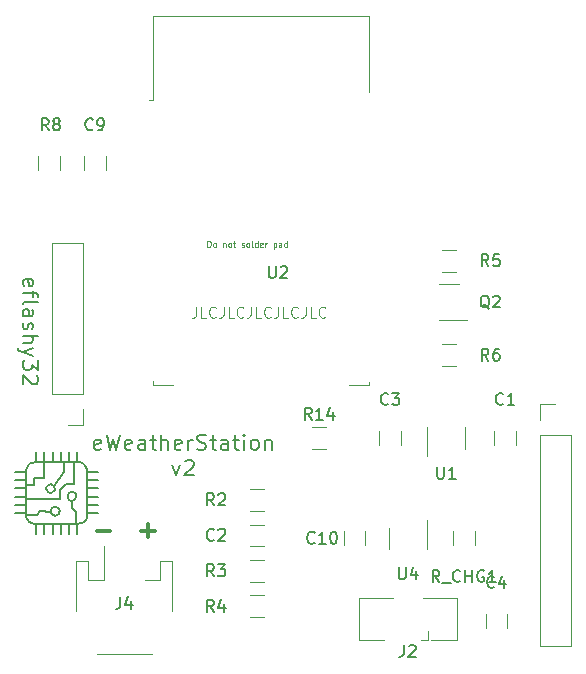
<source format=gbr>
G04 #@! TF.GenerationSoftware,KiCad,Pcbnew,(5.1.9)-1*
G04 #@! TF.CreationDate,2021-01-25T13:58:14-05:00*
G04 #@! TF.ProjectId,eWeatherStation,65576561-7468-4657-9253-746174696f6e,rev?*
G04 #@! TF.SameCoordinates,Original*
G04 #@! TF.FileFunction,Legend,Top*
G04 #@! TF.FilePolarity,Positive*
%FSLAX46Y46*%
G04 Gerber Fmt 4.6, Leading zero omitted, Abs format (unit mm)*
G04 Created by KiCad (PCBNEW (5.1.9)-1) date 2021-01-25 13:58:14*
%MOMM*%
%LPD*%
G01*
G04 APERTURE LIST*
%ADD10C,0.200000*%
%ADD11C,0.100000*%
%ADD12C,0.300000*%
%ADD13C,0.153000*%
%ADD14C,0.120000*%
%ADD15C,0.150000*%
G04 APERTURE END LIST*
D10*
X147504761Y-89451190D02*
X147380952Y-89513095D01*
X147133333Y-89513095D01*
X147009523Y-89451190D01*
X146947619Y-89327380D01*
X146947619Y-88832142D01*
X147009523Y-88708333D01*
X147133333Y-88646428D01*
X147380952Y-88646428D01*
X147504761Y-88708333D01*
X147566666Y-88832142D01*
X147566666Y-88955952D01*
X146947619Y-89079761D01*
X148000000Y-88213095D02*
X148309523Y-89513095D01*
X148557142Y-88584523D01*
X148804761Y-89513095D01*
X149114285Y-88213095D01*
X150104761Y-89451190D02*
X149980952Y-89513095D01*
X149733333Y-89513095D01*
X149609523Y-89451190D01*
X149547619Y-89327380D01*
X149547619Y-88832142D01*
X149609523Y-88708333D01*
X149733333Y-88646428D01*
X149980952Y-88646428D01*
X150104761Y-88708333D01*
X150166666Y-88832142D01*
X150166666Y-88955952D01*
X149547619Y-89079761D01*
X151280952Y-89513095D02*
X151280952Y-88832142D01*
X151219047Y-88708333D01*
X151095238Y-88646428D01*
X150847619Y-88646428D01*
X150723809Y-88708333D01*
X151280952Y-89451190D02*
X151157142Y-89513095D01*
X150847619Y-89513095D01*
X150723809Y-89451190D01*
X150661904Y-89327380D01*
X150661904Y-89203571D01*
X150723809Y-89079761D01*
X150847619Y-89017857D01*
X151157142Y-89017857D01*
X151280952Y-88955952D01*
X151714285Y-88646428D02*
X152209523Y-88646428D01*
X151900000Y-88213095D02*
X151900000Y-89327380D01*
X151961904Y-89451190D01*
X152085714Y-89513095D01*
X152209523Y-89513095D01*
X152642857Y-89513095D02*
X152642857Y-88213095D01*
X153200000Y-89513095D02*
X153200000Y-88832142D01*
X153138095Y-88708333D01*
X153014285Y-88646428D01*
X152828571Y-88646428D01*
X152704761Y-88708333D01*
X152642857Y-88770238D01*
X154314285Y-89451190D02*
X154190476Y-89513095D01*
X153942857Y-89513095D01*
X153819047Y-89451190D01*
X153757142Y-89327380D01*
X153757142Y-88832142D01*
X153819047Y-88708333D01*
X153942857Y-88646428D01*
X154190476Y-88646428D01*
X154314285Y-88708333D01*
X154376190Y-88832142D01*
X154376190Y-88955952D01*
X153757142Y-89079761D01*
X154933333Y-89513095D02*
X154933333Y-88646428D01*
X154933333Y-88894047D02*
X154995238Y-88770238D01*
X155057142Y-88708333D01*
X155180952Y-88646428D01*
X155304761Y-88646428D01*
X155676190Y-89451190D02*
X155861904Y-89513095D01*
X156171428Y-89513095D01*
X156295238Y-89451190D01*
X156357142Y-89389285D01*
X156419047Y-89265476D01*
X156419047Y-89141666D01*
X156357142Y-89017857D01*
X156295238Y-88955952D01*
X156171428Y-88894047D01*
X155923809Y-88832142D01*
X155800000Y-88770238D01*
X155738095Y-88708333D01*
X155676190Y-88584523D01*
X155676190Y-88460714D01*
X155738095Y-88336904D01*
X155800000Y-88275000D01*
X155923809Y-88213095D01*
X156233333Y-88213095D01*
X156419047Y-88275000D01*
X156790476Y-88646428D02*
X157285714Y-88646428D01*
X156976190Y-88213095D02*
X156976190Y-89327380D01*
X157038095Y-89451190D01*
X157161904Y-89513095D01*
X157285714Y-89513095D01*
X158276190Y-89513095D02*
X158276190Y-88832142D01*
X158214285Y-88708333D01*
X158090476Y-88646428D01*
X157842857Y-88646428D01*
X157719047Y-88708333D01*
X158276190Y-89451190D02*
X158152380Y-89513095D01*
X157842857Y-89513095D01*
X157719047Y-89451190D01*
X157657142Y-89327380D01*
X157657142Y-89203571D01*
X157719047Y-89079761D01*
X157842857Y-89017857D01*
X158152380Y-89017857D01*
X158276190Y-88955952D01*
X158709523Y-88646428D02*
X159204761Y-88646428D01*
X158895238Y-88213095D02*
X158895238Y-89327380D01*
X158957142Y-89451190D01*
X159080952Y-89513095D01*
X159204761Y-89513095D01*
X159638095Y-89513095D02*
X159638095Y-88646428D01*
X159638095Y-88213095D02*
X159576190Y-88275000D01*
X159638095Y-88336904D01*
X159700000Y-88275000D01*
X159638095Y-88213095D01*
X159638095Y-88336904D01*
X160442857Y-89513095D02*
X160319047Y-89451190D01*
X160257142Y-89389285D01*
X160195238Y-89265476D01*
X160195238Y-88894047D01*
X160257142Y-88770238D01*
X160319047Y-88708333D01*
X160442857Y-88646428D01*
X160628571Y-88646428D01*
X160752380Y-88708333D01*
X160814285Y-88770238D01*
X160876190Y-88894047D01*
X160876190Y-89265476D01*
X160814285Y-89389285D01*
X160752380Y-89451190D01*
X160628571Y-89513095D01*
X160442857Y-89513095D01*
X161433333Y-88646428D02*
X161433333Y-89513095D01*
X161433333Y-88770238D02*
X161495238Y-88708333D01*
X161619047Y-88646428D01*
X161804761Y-88646428D01*
X161928571Y-88708333D01*
X161990476Y-88832142D01*
X161990476Y-89513095D01*
X153571428Y-90796428D02*
X153880952Y-91663095D01*
X154190476Y-90796428D01*
X154623809Y-90486904D02*
X154685714Y-90425000D01*
X154809523Y-90363095D01*
X155119047Y-90363095D01*
X155242857Y-90425000D01*
X155304761Y-90486904D01*
X155366666Y-90610714D01*
X155366666Y-90734523D01*
X155304761Y-90920238D01*
X154561904Y-91663095D01*
X155366666Y-91663095D01*
X140973809Y-75600000D02*
X140911904Y-75476190D01*
X140911904Y-75228571D01*
X140973809Y-75104761D01*
X141097619Y-75042857D01*
X141592857Y-75042857D01*
X141716666Y-75104761D01*
X141778571Y-75228571D01*
X141778571Y-75476190D01*
X141716666Y-75600000D01*
X141592857Y-75661904D01*
X141469047Y-75661904D01*
X141345238Y-75042857D01*
X141778571Y-76033333D02*
X141778571Y-76528571D01*
X140911904Y-76219047D02*
X142026190Y-76219047D01*
X142150000Y-76280952D01*
X142211904Y-76404761D01*
X142211904Y-76528571D01*
X140911904Y-77147619D02*
X140973809Y-77023809D01*
X141097619Y-76961904D01*
X142211904Y-76961904D01*
X140911904Y-78200000D02*
X141592857Y-78200000D01*
X141716666Y-78138095D01*
X141778571Y-78014285D01*
X141778571Y-77766666D01*
X141716666Y-77642857D01*
X140973809Y-78200000D02*
X140911904Y-78076190D01*
X140911904Y-77766666D01*
X140973809Y-77642857D01*
X141097619Y-77580952D01*
X141221428Y-77580952D01*
X141345238Y-77642857D01*
X141407142Y-77766666D01*
X141407142Y-78076190D01*
X141469047Y-78200000D01*
X140973809Y-78757142D02*
X140911904Y-78880952D01*
X140911904Y-79128571D01*
X140973809Y-79252380D01*
X141097619Y-79314285D01*
X141159523Y-79314285D01*
X141283333Y-79252380D01*
X141345238Y-79128571D01*
X141345238Y-78942857D01*
X141407142Y-78819047D01*
X141530952Y-78757142D01*
X141592857Y-78757142D01*
X141716666Y-78819047D01*
X141778571Y-78942857D01*
X141778571Y-79128571D01*
X141716666Y-79252380D01*
X140911904Y-79871428D02*
X142211904Y-79871428D01*
X140911904Y-80428571D02*
X141592857Y-80428571D01*
X141716666Y-80366666D01*
X141778571Y-80242857D01*
X141778571Y-80057142D01*
X141716666Y-79933333D01*
X141654761Y-79871428D01*
X141778571Y-80923809D02*
X140911904Y-81233333D01*
X141778571Y-81542857D02*
X140911904Y-81233333D01*
X140602380Y-81109523D01*
X140540476Y-81047619D01*
X140478571Y-80923809D01*
X142211904Y-81914285D02*
X142211904Y-82719047D01*
X141716666Y-82285714D01*
X141716666Y-82471428D01*
X141654761Y-82595238D01*
X141592857Y-82657142D01*
X141469047Y-82719047D01*
X141159523Y-82719047D01*
X141035714Y-82657142D01*
X140973809Y-82595238D01*
X140911904Y-82471428D01*
X140911904Y-82100000D01*
X140973809Y-81976190D01*
X141035714Y-81914285D01*
X142088095Y-83214285D02*
X142150000Y-83276190D01*
X142211904Y-83400000D01*
X142211904Y-83709523D01*
X142150000Y-83833333D01*
X142088095Y-83895238D01*
X141964285Y-83957142D01*
X141840476Y-83957142D01*
X141654761Y-83895238D01*
X140911904Y-83152380D01*
X140911904Y-83957142D01*
D11*
X155585714Y-77407142D02*
X155585714Y-78050000D01*
X155542857Y-78178571D01*
X155457142Y-78264285D01*
X155328571Y-78307142D01*
X155242857Y-78307142D01*
X156442857Y-78307142D02*
X156014285Y-78307142D01*
X156014285Y-77407142D01*
X157257142Y-78221428D02*
X157214285Y-78264285D01*
X157085714Y-78307142D01*
X157000000Y-78307142D01*
X156871428Y-78264285D01*
X156785714Y-78178571D01*
X156742857Y-78092857D01*
X156700000Y-77921428D01*
X156700000Y-77792857D01*
X156742857Y-77621428D01*
X156785714Y-77535714D01*
X156871428Y-77450000D01*
X157000000Y-77407142D01*
X157085714Y-77407142D01*
X157214285Y-77450000D01*
X157257142Y-77492857D01*
X157900000Y-77407142D02*
X157900000Y-78050000D01*
X157857142Y-78178571D01*
X157771428Y-78264285D01*
X157642857Y-78307142D01*
X157557142Y-78307142D01*
X158757142Y-78307142D02*
X158328571Y-78307142D01*
X158328571Y-77407142D01*
X159571428Y-78221428D02*
X159528571Y-78264285D01*
X159400000Y-78307142D01*
X159314285Y-78307142D01*
X159185714Y-78264285D01*
X159100000Y-78178571D01*
X159057142Y-78092857D01*
X159014285Y-77921428D01*
X159014285Y-77792857D01*
X159057142Y-77621428D01*
X159100000Y-77535714D01*
X159185714Y-77450000D01*
X159314285Y-77407142D01*
X159400000Y-77407142D01*
X159528571Y-77450000D01*
X159571428Y-77492857D01*
X160214285Y-77407142D02*
X160214285Y-78050000D01*
X160171428Y-78178571D01*
X160085714Y-78264285D01*
X159957142Y-78307142D01*
X159871428Y-78307142D01*
X161071428Y-78307142D02*
X160642857Y-78307142D01*
X160642857Y-77407142D01*
X161885714Y-78221428D02*
X161842857Y-78264285D01*
X161714285Y-78307142D01*
X161628571Y-78307142D01*
X161500000Y-78264285D01*
X161414285Y-78178571D01*
X161371428Y-78092857D01*
X161328571Y-77921428D01*
X161328571Y-77792857D01*
X161371428Y-77621428D01*
X161414285Y-77535714D01*
X161500000Y-77450000D01*
X161628571Y-77407142D01*
X161714285Y-77407142D01*
X161842857Y-77450000D01*
X161885714Y-77492857D01*
X162528571Y-77407142D02*
X162528571Y-78050000D01*
X162485714Y-78178571D01*
X162400000Y-78264285D01*
X162271428Y-78307142D01*
X162185714Y-78307142D01*
X163385714Y-78307142D02*
X162957142Y-78307142D01*
X162957142Y-77407142D01*
X164200000Y-78221428D02*
X164157142Y-78264285D01*
X164028571Y-78307142D01*
X163942857Y-78307142D01*
X163814285Y-78264285D01*
X163728571Y-78178571D01*
X163685714Y-78092857D01*
X163642857Y-77921428D01*
X163642857Y-77792857D01*
X163685714Y-77621428D01*
X163728571Y-77535714D01*
X163814285Y-77450000D01*
X163942857Y-77407142D01*
X164028571Y-77407142D01*
X164157142Y-77450000D01*
X164200000Y-77492857D01*
X164842857Y-77407142D02*
X164842857Y-78050000D01*
X164800000Y-78178571D01*
X164714285Y-78264285D01*
X164585714Y-78307142D01*
X164500000Y-78307142D01*
X165700000Y-78307142D02*
X165271428Y-78307142D01*
X165271428Y-77407142D01*
X166514285Y-78221428D02*
X166471428Y-78264285D01*
X166342857Y-78307142D01*
X166257142Y-78307142D01*
X166128571Y-78264285D01*
X166042857Y-78178571D01*
X166000000Y-78092857D01*
X165957142Y-77921428D01*
X165957142Y-77792857D01*
X166000000Y-77621428D01*
X166042857Y-77535714D01*
X166128571Y-77450000D01*
X166257142Y-77407142D01*
X166342857Y-77407142D01*
X166471428Y-77450000D01*
X166514285Y-77492857D01*
D12*
X147178571Y-96357142D02*
X148321428Y-96357142D01*
X150928571Y-96357142D02*
X152071428Y-96357142D01*
X151500000Y-96928571D02*
X151500000Y-95785714D01*
D11*
X156542857Y-72326190D02*
X156542857Y-71826190D01*
X156661904Y-71826190D01*
X156733333Y-71850000D01*
X156780952Y-71897619D01*
X156804761Y-71945238D01*
X156828571Y-72040476D01*
X156828571Y-72111904D01*
X156804761Y-72207142D01*
X156780952Y-72254761D01*
X156733333Y-72302380D01*
X156661904Y-72326190D01*
X156542857Y-72326190D01*
X157114285Y-72326190D02*
X157066666Y-72302380D01*
X157042857Y-72278571D01*
X157019047Y-72230952D01*
X157019047Y-72088095D01*
X157042857Y-72040476D01*
X157066666Y-72016666D01*
X157114285Y-71992857D01*
X157185714Y-71992857D01*
X157233333Y-72016666D01*
X157257142Y-72040476D01*
X157280952Y-72088095D01*
X157280952Y-72230952D01*
X157257142Y-72278571D01*
X157233333Y-72302380D01*
X157185714Y-72326190D01*
X157114285Y-72326190D01*
X157876190Y-71992857D02*
X157876190Y-72326190D01*
X157876190Y-72040476D02*
X157900000Y-72016666D01*
X157947619Y-71992857D01*
X158019047Y-71992857D01*
X158066666Y-72016666D01*
X158090476Y-72064285D01*
X158090476Y-72326190D01*
X158400000Y-72326190D02*
X158352380Y-72302380D01*
X158328571Y-72278571D01*
X158304761Y-72230952D01*
X158304761Y-72088095D01*
X158328571Y-72040476D01*
X158352380Y-72016666D01*
X158400000Y-71992857D01*
X158471428Y-71992857D01*
X158519047Y-72016666D01*
X158542857Y-72040476D01*
X158566666Y-72088095D01*
X158566666Y-72230952D01*
X158542857Y-72278571D01*
X158519047Y-72302380D01*
X158471428Y-72326190D01*
X158400000Y-72326190D01*
X158709523Y-71992857D02*
X158900000Y-71992857D01*
X158780952Y-71826190D02*
X158780952Y-72254761D01*
X158804761Y-72302380D01*
X158852380Y-72326190D01*
X158900000Y-72326190D01*
X159423809Y-72302380D02*
X159471428Y-72326190D01*
X159566666Y-72326190D01*
X159614285Y-72302380D01*
X159638095Y-72254761D01*
X159638095Y-72230952D01*
X159614285Y-72183333D01*
X159566666Y-72159523D01*
X159495238Y-72159523D01*
X159447619Y-72135714D01*
X159423809Y-72088095D01*
X159423809Y-72064285D01*
X159447619Y-72016666D01*
X159495238Y-71992857D01*
X159566666Y-71992857D01*
X159614285Y-72016666D01*
X159923809Y-72326190D02*
X159876190Y-72302380D01*
X159852380Y-72278571D01*
X159828571Y-72230952D01*
X159828571Y-72088095D01*
X159852380Y-72040476D01*
X159876190Y-72016666D01*
X159923809Y-71992857D01*
X159995238Y-71992857D01*
X160042857Y-72016666D01*
X160066666Y-72040476D01*
X160090476Y-72088095D01*
X160090476Y-72230952D01*
X160066666Y-72278571D01*
X160042857Y-72302380D01*
X159995238Y-72326190D01*
X159923809Y-72326190D01*
X160376190Y-72326190D02*
X160328571Y-72302380D01*
X160304761Y-72254761D01*
X160304761Y-71826190D01*
X160780952Y-72326190D02*
X160780952Y-71826190D01*
X160780952Y-72302380D02*
X160733333Y-72326190D01*
X160638095Y-72326190D01*
X160590476Y-72302380D01*
X160566666Y-72278571D01*
X160542857Y-72230952D01*
X160542857Y-72088095D01*
X160566666Y-72040476D01*
X160590476Y-72016666D01*
X160638095Y-71992857D01*
X160733333Y-71992857D01*
X160780952Y-72016666D01*
X161209523Y-72302380D02*
X161161904Y-72326190D01*
X161066666Y-72326190D01*
X161019047Y-72302380D01*
X160995238Y-72254761D01*
X160995238Y-72064285D01*
X161019047Y-72016666D01*
X161066666Y-71992857D01*
X161161904Y-71992857D01*
X161209523Y-72016666D01*
X161233333Y-72064285D01*
X161233333Y-72111904D01*
X160995238Y-72159523D01*
X161447619Y-72326190D02*
X161447619Y-71992857D01*
X161447619Y-72088095D02*
X161471428Y-72040476D01*
X161495238Y-72016666D01*
X161542857Y-71992857D01*
X161590476Y-71992857D01*
X162138095Y-71992857D02*
X162138095Y-72492857D01*
X162138095Y-72016666D02*
X162185714Y-71992857D01*
X162280952Y-71992857D01*
X162328571Y-72016666D01*
X162352380Y-72040476D01*
X162376190Y-72088095D01*
X162376190Y-72230952D01*
X162352380Y-72278571D01*
X162328571Y-72302380D01*
X162280952Y-72326190D01*
X162185714Y-72326190D01*
X162138095Y-72302380D01*
X162804761Y-72326190D02*
X162804761Y-72064285D01*
X162780952Y-72016666D01*
X162733333Y-71992857D01*
X162638095Y-71992857D01*
X162590476Y-72016666D01*
X162804761Y-72302380D02*
X162757142Y-72326190D01*
X162638095Y-72326190D01*
X162590476Y-72302380D01*
X162566666Y-72254761D01*
X162566666Y-72207142D01*
X162590476Y-72159523D01*
X162638095Y-72135714D01*
X162757142Y-72135714D01*
X162804761Y-72111904D01*
X163257142Y-72326190D02*
X163257142Y-71826190D01*
X163257142Y-72302380D02*
X163209523Y-72326190D01*
X163114285Y-72326190D01*
X163066666Y-72302380D01*
X163042857Y-72278571D01*
X163019047Y-72230952D01*
X163019047Y-72088095D01*
X163042857Y-72040476D01*
X163066666Y-72016666D01*
X163114285Y-71992857D01*
X163209523Y-71992857D01*
X163257142Y-72016666D01*
D13*
X141960000Y-90570000D02*
X141777343Y-90594033D01*
X141777343Y-90594033D02*
X141603097Y-90651114D01*
X141603097Y-90651114D02*
X141456780Y-90734847D01*
X141456780Y-90734847D02*
X141324305Y-90862419D01*
X141324305Y-90862419D02*
X141224132Y-91043057D01*
X141224132Y-91043057D02*
X141181304Y-91218912D01*
X141181304Y-91218912D02*
X141172460Y-91357540D01*
X141172460Y-91357540D02*
X141172460Y-94980000D01*
X141960000Y-95767560D02*
X145582470Y-95767560D01*
X146370010Y-91357540D02*
X146345976Y-91174883D01*
X146345976Y-91174883D02*
X146288895Y-91000637D01*
X146288895Y-91000637D02*
X146205162Y-90854320D01*
X146205162Y-90854320D02*
X146077590Y-90721845D01*
X146077590Y-90721845D02*
X145896952Y-90621672D01*
X145896952Y-90621672D02*
X145721097Y-90578844D01*
X145721097Y-90578844D02*
X145582470Y-90570000D01*
X145582470Y-95767560D02*
X145765126Y-95743525D01*
X145765126Y-95743525D02*
X145939372Y-95686443D01*
X145939372Y-95686443D02*
X146085689Y-95602707D01*
X146085689Y-95602707D02*
X146218164Y-95475133D01*
X146218164Y-95475133D02*
X146318337Y-95294490D01*
X146318337Y-95294490D02*
X146361165Y-95118630D01*
X146361165Y-95118630D02*
X146370010Y-94980000D01*
X146370010Y-94980000D02*
X146370010Y-91357540D01*
X145582470Y-90570000D02*
X141960000Y-90570000D01*
X142046270Y-89680610D02*
X142040000Y-90560000D01*
X144830000Y-89690000D02*
X144830000Y-90560000D01*
X143438780Y-89680610D02*
X143438780Y-90570000D01*
X147274680Y-91379060D02*
X146377030Y-91379060D01*
X147274680Y-94163931D02*
X146377030Y-94163931D01*
X145527470Y-89680610D02*
X145527470Y-90560000D01*
X147274680Y-93467750D02*
X146377030Y-93467750D01*
X141170000Y-91379060D02*
X140234564Y-91379060D01*
X144134950Y-89680610D02*
X144134950Y-90570000D01*
X141170000Y-92075230D02*
X140234564Y-92075230D01*
X141172460Y-94980000D02*
X141196493Y-95162661D01*
X141196493Y-95162661D02*
X141253574Y-95336911D01*
X141253574Y-95336911D02*
X141337307Y-95483232D01*
X141337307Y-95483232D02*
X141464879Y-95615710D01*
X141464879Y-95615710D02*
X141645517Y-95715885D01*
X141645517Y-95715885D02*
X141821372Y-95758715D01*
X141821372Y-95758715D02*
X141960000Y-95767560D01*
X147274680Y-94860250D02*
X146377030Y-94860250D01*
X147274680Y-92075230D02*
X146377030Y-92075230D01*
X147274680Y-92771410D02*
X146377030Y-92771410D01*
X141170000Y-94860250D02*
X140234564Y-94860250D01*
X141170000Y-94163931D02*
X140234564Y-94163931D01*
X142742590Y-89680610D02*
X142742590Y-90570000D01*
X143258550Y-92429390D02*
X143101472Y-92465117D01*
X143101472Y-92465117D02*
X142978972Y-92561234D01*
X142978972Y-92561234D02*
X142907645Y-92701146D01*
X142907645Y-92701146D02*
X142896239Y-92791690D01*
X143258550Y-93153960D02*
X143415512Y-93118240D01*
X143415512Y-93118240D02*
X143537955Y-93022137D01*
X143537955Y-93022137D02*
X143609264Y-92882234D01*
X143609264Y-92882234D02*
X143620670Y-92791690D01*
X143438780Y-95768380D02*
X143438780Y-96666172D01*
X145085550Y-93826600D02*
X145242554Y-93788777D01*
X145242554Y-93788777D02*
X145365054Y-93687028D01*
X145365054Y-93687028D02*
X145436406Y-93538932D01*
X145436406Y-93538932D02*
X145447820Y-93443100D01*
X141888210Y-92523930D02*
X141888210Y-91862470D01*
X143620670Y-92791690D02*
X143586917Y-92638723D01*
X143586917Y-92638723D02*
X143529870Y-92551770D01*
X142896239Y-92791690D02*
X142931966Y-92948759D01*
X142931966Y-92948759D02*
X143028086Y-93071242D01*
X143028086Y-93071242D02*
X143168002Y-93142556D01*
X143168002Y-93142556D02*
X143258550Y-93153960D01*
X145105230Y-93839551D02*
X145105230Y-94469440D01*
X145085550Y-93059450D02*
X144928474Y-93097270D01*
X144928474Y-93097270D02*
X144805979Y-93199035D01*
X144805979Y-93199035D02*
X144734655Y-93347197D01*
X144734655Y-93347197D02*
X144723250Y-93443100D01*
X145420000Y-94790000D02*
X145420000Y-95740000D01*
X145105230Y-94469440D02*
X145420000Y-94790000D01*
X144408210Y-91421500D02*
X143510000Y-92540000D01*
X143656800Y-94308210D02*
X143499812Y-94346054D01*
X143499812Y-94346054D02*
X143377357Y-94447853D01*
X143377357Y-94447853D02*
X143306045Y-94596004D01*
X143306045Y-94596004D02*
X143294640Y-94691860D01*
X144134950Y-95768380D02*
X144134950Y-96666172D01*
X144061790Y-92933470D02*
X144061790Y-93689480D01*
X145227190Y-90570000D02*
X145227190Y-92429390D01*
X143656800Y-95075370D02*
X143813851Y-95037550D01*
X143813851Y-95037550D02*
X143936339Y-94935805D01*
X143936339Y-94935805D02*
X144007663Y-94787702D01*
X144007663Y-94787702D02*
X144019070Y-94691860D01*
X143656800Y-95075370D02*
X143656800Y-95075370D01*
X144723250Y-93443100D02*
X144758975Y-93609349D01*
X144758975Y-93609349D02*
X144855090Y-93739017D01*
X144855090Y-93739017D02*
X144995003Y-93814524D01*
X144995003Y-93814524D02*
X145085550Y-93826600D01*
X142392290Y-94728920D02*
X142108700Y-95010000D01*
X142110000Y-95010000D02*
X141170000Y-95010000D01*
X142742590Y-95768380D02*
X142742590Y-96666172D01*
X141888210Y-91862470D02*
X142680000Y-91862470D01*
X142680000Y-91862470D02*
X142680000Y-90570000D01*
X141170000Y-93470000D02*
X140234564Y-93467750D01*
X143529870Y-92551770D02*
X143401060Y-92458597D01*
X143401060Y-92458597D02*
X143258550Y-92429390D01*
X145227190Y-92429390D02*
X144565730Y-92429390D01*
X144831300Y-95768380D02*
X144831300Y-96666172D01*
X144061790Y-93689480D02*
X141195190Y-93689480D01*
X145085550Y-93826600D02*
X145085550Y-93826600D01*
X143290000Y-94730000D02*
X142392290Y-94728920D01*
X141170000Y-92771410D02*
X140234564Y-92771410D01*
X145447820Y-93443100D02*
X145412074Y-93276743D01*
X145412074Y-93276743D02*
X145315934Y-93147035D01*
X145315934Y-93147035D02*
X145176044Y-93071524D01*
X145176044Y-93071524D02*
X145085550Y-93059450D01*
X143294640Y-94691860D02*
X143330362Y-94858124D01*
X143330362Y-94858124D02*
X143426455Y-94987792D01*
X143426455Y-94987792D02*
X143566309Y-95063295D01*
X143566309Y-95063295D02*
X143656800Y-95075370D01*
X144019070Y-94691860D02*
X143983343Y-94525564D01*
X143983343Y-94525564D02*
X143887230Y-94395840D01*
X143887230Y-94395840D02*
X143747331Y-94320292D01*
X143747331Y-94320292D02*
X143656800Y-94308210D01*
X145527470Y-95768380D02*
X145527470Y-96666172D01*
X142046270Y-95768380D02*
X142046270Y-96666172D01*
X143258550Y-93153960D02*
X143258550Y-93153960D01*
X144408210Y-90570950D02*
X144408210Y-91421500D01*
X141195190Y-92523930D02*
X141888210Y-92523930D01*
X144565730Y-92429390D02*
X144061790Y-92933470D01*
D14*
X171500000Y-105575000D02*
X169350000Y-105575000D01*
X169350000Y-102025000D02*
X172250000Y-102025000D01*
X177650000Y-105575000D02*
X177650000Y-102025000D01*
X177650000Y-102025000D02*
X174750000Y-102025000D01*
X169350000Y-105575000D02*
X169350000Y-102025000D01*
X175500000Y-105575000D02*
X177650000Y-105575000D01*
X175200000Y-105575000D02*
X174600000Y-105575000D01*
X175200000Y-104825000D02*
X175200000Y-105575000D01*
X151950000Y-59878000D02*
X151560000Y-59878000D01*
X170190000Y-59218000D02*
X170190000Y-52798000D01*
X151950000Y-59878000D02*
X151935000Y-52798000D01*
X151935000Y-52798000D02*
X170190000Y-52798000D01*
X170180000Y-83788000D02*
X170180000Y-84048000D01*
X170180000Y-84048000D02*
X168520000Y-84048000D01*
X151940000Y-83688000D02*
X151940000Y-84048000D01*
X151940000Y-84048000D02*
X153600000Y-84048000D01*
X146030000Y-87390000D02*
X144700000Y-87390000D01*
X146030000Y-86060000D02*
X146030000Y-87390000D01*
X146030000Y-84790000D02*
X143370000Y-84790000D01*
X143370000Y-84790000D02*
X143370000Y-72030000D01*
X146030000Y-84790000D02*
X146030000Y-72030000D01*
X146030000Y-72030000D02*
X143370000Y-72030000D01*
X176120000Y-78510000D02*
X178550000Y-78510000D01*
X177880000Y-75440000D02*
X176120000Y-75440000D01*
X177602064Y-80590000D02*
X176397936Y-80590000D01*
X177602064Y-82410000D02*
X176397936Y-82410000D01*
X176397936Y-74410000D02*
X177602064Y-74410000D01*
X176397936Y-72590000D02*
X177602064Y-72590000D01*
X180090000Y-104602064D02*
X180090000Y-103397936D01*
X181910000Y-104602064D02*
X181910000Y-103397936D01*
X178360000Y-89400000D02*
X178360000Y-87600000D01*
X175140000Y-87600000D02*
X175140000Y-90050000D01*
X171090000Y-87897936D02*
X171090000Y-89102064D01*
X172910000Y-87897936D02*
X172910000Y-89102064D01*
X179160000Y-96397936D02*
X179160000Y-97602064D01*
X177340000Y-96397936D02*
X177340000Y-97602064D01*
X184670000Y-106110000D02*
X187330000Y-106110000D01*
X184670000Y-88270000D02*
X184670000Y-106110000D01*
X187330000Y-88270000D02*
X187330000Y-106110000D01*
X184670000Y-88270000D02*
X187330000Y-88270000D01*
X184670000Y-87000000D02*
X184670000Y-85670000D01*
X184670000Y-85670000D02*
X186000000Y-85670000D01*
X180840000Y-87897936D02*
X180840000Y-89102064D01*
X182660000Y-87897936D02*
X182660000Y-89102064D01*
X160147936Y-95840000D02*
X161352064Y-95840000D01*
X160147936Y-97660000D02*
X161352064Y-97660000D01*
X146090000Y-65852064D02*
X146090000Y-64647936D01*
X147910000Y-65852064D02*
X147910000Y-64647936D01*
X168090000Y-97602064D02*
X168090000Y-96397936D01*
X169910000Y-97602064D02*
X169910000Y-96397936D01*
X160147936Y-92840000D02*
X161352064Y-92840000D01*
X160147936Y-94660000D02*
X161352064Y-94660000D01*
X161352064Y-100660000D02*
X160147936Y-100660000D01*
X161352064Y-98840000D02*
X160147936Y-98840000D01*
X161352064Y-101840000D02*
X160147936Y-101840000D01*
X161352064Y-103660000D02*
X160147936Y-103660000D01*
X144035000Y-65852064D02*
X144035000Y-64647936D01*
X142215000Y-65852064D02*
X142215000Y-64647936D01*
X165397936Y-89410000D02*
X166602064Y-89410000D01*
X165397936Y-87590000D02*
X166602064Y-87590000D01*
X171890000Y-96100000D02*
X171890000Y-97900000D01*
X175110000Y-97900000D02*
X175110000Y-95450000D01*
X147160000Y-106760000D02*
X151840000Y-106760000D01*
X152540000Y-100540000D02*
X151260000Y-100540000D01*
X152540000Y-98940000D02*
X152540000Y-100540000D01*
X153560000Y-98940000D02*
X152540000Y-98940000D01*
X153560000Y-103190000D02*
X153560000Y-98940000D01*
X147740000Y-100540000D02*
X147740000Y-97650000D01*
X146460000Y-100540000D02*
X147740000Y-100540000D01*
X146460000Y-98940000D02*
X146460000Y-100540000D01*
X145440000Y-98940000D02*
X146460000Y-98940000D01*
X145440000Y-103190000D02*
X145440000Y-98940000D01*
D15*
X173166666Y-106052380D02*
X173166666Y-106766666D01*
X173119047Y-106909523D01*
X173023809Y-107004761D01*
X172880952Y-107052380D01*
X172785714Y-107052380D01*
X173595238Y-106147619D02*
X173642857Y-106100000D01*
X173738095Y-106052380D01*
X173976190Y-106052380D01*
X174071428Y-106100000D01*
X174119047Y-106147619D01*
X174166666Y-106242857D01*
X174166666Y-106338095D01*
X174119047Y-106480952D01*
X173547619Y-107052380D01*
X174166666Y-107052380D01*
X161738095Y-73952380D02*
X161738095Y-74761904D01*
X161785714Y-74857142D01*
X161833333Y-74904761D01*
X161928571Y-74952380D01*
X162119047Y-74952380D01*
X162214285Y-74904761D01*
X162261904Y-74857142D01*
X162309523Y-74761904D01*
X162309523Y-73952380D01*
X162738095Y-74047619D02*
X162785714Y-74000000D01*
X162880952Y-73952380D01*
X163119047Y-73952380D01*
X163214285Y-74000000D01*
X163261904Y-74047619D01*
X163309523Y-74142857D01*
X163309523Y-74238095D01*
X163261904Y-74380952D01*
X162690476Y-74952380D01*
X163309523Y-74952380D01*
X180404761Y-77547619D02*
X180309523Y-77500000D01*
X180214285Y-77404761D01*
X180071428Y-77261904D01*
X179976190Y-77214285D01*
X179880952Y-77214285D01*
X179928571Y-77452380D02*
X179833333Y-77404761D01*
X179738095Y-77309523D01*
X179690476Y-77119047D01*
X179690476Y-76785714D01*
X179738095Y-76595238D01*
X179833333Y-76500000D01*
X179928571Y-76452380D01*
X180119047Y-76452380D01*
X180214285Y-76500000D01*
X180309523Y-76595238D01*
X180357142Y-76785714D01*
X180357142Y-77119047D01*
X180309523Y-77309523D01*
X180214285Y-77404761D01*
X180119047Y-77452380D01*
X179928571Y-77452380D01*
X180738095Y-76547619D02*
X180785714Y-76500000D01*
X180880952Y-76452380D01*
X181119047Y-76452380D01*
X181214285Y-76500000D01*
X181261904Y-76547619D01*
X181309523Y-76642857D01*
X181309523Y-76738095D01*
X181261904Y-76880952D01*
X180690476Y-77452380D01*
X181309523Y-77452380D01*
X180333333Y-81952380D02*
X180000000Y-81476190D01*
X179761904Y-81952380D02*
X179761904Y-80952380D01*
X180142857Y-80952380D01*
X180238095Y-81000000D01*
X180285714Y-81047619D01*
X180333333Y-81142857D01*
X180333333Y-81285714D01*
X180285714Y-81380952D01*
X180238095Y-81428571D01*
X180142857Y-81476190D01*
X179761904Y-81476190D01*
X181190476Y-80952380D02*
X181000000Y-80952380D01*
X180904761Y-81000000D01*
X180857142Y-81047619D01*
X180761904Y-81190476D01*
X180714285Y-81380952D01*
X180714285Y-81761904D01*
X180761904Y-81857142D01*
X180809523Y-81904761D01*
X180904761Y-81952380D01*
X181095238Y-81952380D01*
X181190476Y-81904761D01*
X181238095Y-81857142D01*
X181285714Y-81761904D01*
X181285714Y-81523809D01*
X181238095Y-81428571D01*
X181190476Y-81380952D01*
X181095238Y-81333333D01*
X180904761Y-81333333D01*
X180809523Y-81380952D01*
X180761904Y-81428571D01*
X180714285Y-81523809D01*
X180333333Y-73952380D02*
X180000000Y-73476190D01*
X179761904Y-73952380D02*
X179761904Y-72952380D01*
X180142857Y-72952380D01*
X180238095Y-73000000D01*
X180285714Y-73047619D01*
X180333333Y-73142857D01*
X180333333Y-73285714D01*
X180285714Y-73380952D01*
X180238095Y-73428571D01*
X180142857Y-73476190D01*
X179761904Y-73476190D01*
X181238095Y-72952380D02*
X180761904Y-72952380D01*
X180714285Y-73428571D01*
X180761904Y-73380952D01*
X180857142Y-73333333D01*
X181095238Y-73333333D01*
X181190476Y-73380952D01*
X181238095Y-73428571D01*
X181285714Y-73523809D01*
X181285714Y-73761904D01*
X181238095Y-73857142D01*
X181190476Y-73904761D01*
X181095238Y-73952380D01*
X180857142Y-73952380D01*
X180761904Y-73904761D01*
X180714285Y-73857142D01*
X180833333Y-101107142D02*
X180785714Y-101154761D01*
X180642857Y-101202380D01*
X180547619Y-101202380D01*
X180404761Y-101154761D01*
X180309523Y-101059523D01*
X180261904Y-100964285D01*
X180214285Y-100773809D01*
X180214285Y-100630952D01*
X180261904Y-100440476D01*
X180309523Y-100345238D01*
X180404761Y-100250000D01*
X180547619Y-100202380D01*
X180642857Y-100202380D01*
X180785714Y-100250000D01*
X180833333Y-100297619D01*
X181690476Y-100535714D02*
X181690476Y-101202380D01*
X181452380Y-100154761D02*
X181214285Y-100869047D01*
X181833333Y-100869047D01*
X175988095Y-90952380D02*
X175988095Y-91761904D01*
X176035714Y-91857142D01*
X176083333Y-91904761D01*
X176178571Y-91952380D01*
X176369047Y-91952380D01*
X176464285Y-91904761D01*
X176511904Y-91857142D01*
X176559523Y-91761904D01*
X176559523Y-90952380D01*
X177559523Y-91952380D02*
X176988095Y-91952380D01*
X177273809Y-91952380D02*
X177273809Y-90952380D01*
X177178571Y-91095238D01*
X177083333Y-91190476D01*
X176988095Y-91238095D01*
X171833333Y-85607142D02*
X171785714Y-85654761D01*
X171642857Y-85702380D01*
X171547619Y-85702380D01*
X171404761Y-85654761D01*
X171309523Y-85559523D01*
X171261904Y-85464285D01*
X171214285Y-85273809D01*
X171214285Y-85130952D01*
X171261904Y-84940476D01*
X171309523Y-84845238D01*
X171404761Y-84750000D01*
X171547619Y-84702380D01*
X171642857Y-84702380D01*
X171785714Y-84750000D01*
X171833333Y-84797619D01*
X172166666Y-84702380D02*
X172785714Y-84702380D01*
X172452380Y-85083333D01*
X172595238Y-85083333D01*
X172690476Y-85130952D01*
X172738095Y-85178571D01*
X172785714Y-85273809D01*
X172785714Y-85511904D01*
X172738095Y-85607142D01*
X172690476Y-85654761D01*
X172595238Y-85702380D01*
X172309523Y-85702380D01*
X172214285Y-85654761D01*
X172166666Y-85607142D01*
X176178571Y-100702380D02*
X175845238Y-100226190D01*
X175607142Y-100702380D02*
X175607142Y-99702380D01*
X175988095Y-99702380D01*
X176083333Y-99750000D01*
X176130952Y-99797619D01*
X176178571Y-99892857D01*
X176178571Y-100035714D01*
X176130952Y-100130952D01*
X176083333Y-100178571D01*
X175988095Y-100226190D01*
X175607142Y-100226190D01*
X176369047Y-100797619D02*
X177130952Y-100797619D01*
X177940476Y-100607142D02*
X177892857Y-100654761D01*
X177750000Y-100702380D01*
X177654761Y-100702380D01*
X177511904Y-100654761D01*
X177416666Y-100559523D01*
X177369047Y-100464285D01*
X177321428Y-100273809D01*
X177321428Y-100130952D01*
X177369047Y-99940476D01*
X177416666Y-99845238D01*
X177511904Y-99750000D01*
X177654761Y-99702380D01*
X177750000Y-99702380D01*
X177892857Y-99750000D01*
X177940476Y-99797619D01*
X178369047Y-100702380D02*
X178369047Y-99702380D01*
X178369047Y-100178571D02*
X178940476Y-100178571D01*
X178940476Y-100702380D02*
X178940476Y-99702380D01*
X179940476Y-99750000D02*
X179845238Y-99702380D01*
X179702380Y-99702380D01*
X179559523Y-99750000D01*
X179464285Y-99845238D01*
X179416666Y-99940476D01*
X179369047Y-100130952D01*
X179369047Y-100273809D01*
X179416666Y-100464285D01*
X179464285Y-100559523D01*
X179559523Y-100654761D01*
X179702380Y-100702380D01*
X179797619Y-100702380D01*
X179940476Y-100654761D01*
X179988095Y-100607142D01*
X179988095Y-100273809D01*
X179797619Y-100273809D01*
X180940476Y-100702380D02*
X180369047Y-100702380D01*
X180654761Y-100702380D02*
X180654761Y-99702380D01*
X180559523Y-99845238D01*
X180464285Y-99940476D01*
X180369047Y-99988095D01*
X181583333Y-85607142D02*
X181535714Y-85654761D01*
X181392857Y-85702380D01*
X181297619Y-85702380D01*
X181154761Y-85654761D01*
X181059523Y-85559523D01*
X181011904Y-85464285D01*
X180964285Y-85273809D01*
X180964285Y-85130952D01*
X181011904Y-84940476D01*
X181059523Y-84845238D01*
X181154761Y-84750000D01*
X181297619Y-84702380D01*
X181392857Y-84702380D01*
X181535714Y-84750000D01*
X181583333Y-84797619D01*
X182535714Y-85702380D02*
X181964285Y-85702380D01*
X182250000Y-85702380D02*
X182250000Y-84702380D01*
X182154761Y-84845238D01*
X182059523Y-84940476D01*
X181964285Y-84988095D01*
X157083333Y-97107142D02*
X157035714Y-97154761D01*
X156892857Y-97202380D01*
X156797619Y-97202380D01*
X156654761Y-97154761D01*
X156559523Y-97059523D01*
X156511904Y-96964285D01*
X156464285Y-96773809D01*
X156464285Y-96630952D01*
X156511904Y-96440476D01*
X156559523Y-96345238D01*
X156654761Y-96250000D01*
X156797619Y-96202380D01*
X156892857Y-96202380D01*
X157035714Y-96250000D01*
X157083333Y-96297619D01*
X157464285Y-96297619D02*
X157511904Y-96250000D01*
X157607142Y-96202380D01*
X157845238Y-96202380D01*
X157940476Y-96250000D01*
X157988095Y-96297619D01*
X158035714Y-96392857D01*
X158035714Y-96488095D01*
X157988095Y-96630952D01*
X157416666Y-97202380D01*
X158035714Y-97202380D01*
X146833333Y-62357142D02*
X146785714Y-62404761D01*
X146642857Y-62452380D01*
X146547619Y-62452380D01*
X146404761Y-62404761D01*
X146309523Y-62309523D01*
X146261904Y-62214285D01*
X146214285Y-62023809D01*
X146214285Y-61880952D01*
X146261904Y-61690476D01*
X146309523Y-61595238D01*
X146404761Y-61500000D01*
X146547619Y-61452380D01*
X146642857Y-61452380D01*
X146785714Y-61500000D01*
X146833333Y-61547619D01*
X147309523Y-62452380D02*
X147500000Y-62452380D01*
X147595238Y-62404761D01*
X147642857Y-62357142D01*
X147738095Y-62214285D01*
X147785714Y-62023809D01*
X147785714Y-61642857D01*
X147738095Y-61547619D01*
X147690476Y-61500000D01*
X147595238Y-61452380D01*
X147404761Y-61452380D01*
X147309523Y-61500000D01*
X147261904Y-61547619D01*
X147214285Y-61642857D01*
X147214285Y-61880952D01*
X147261904Y-61976190D01*
X147309523Y-62023809D01*
X147404761Y-62071428D01*
X147595238Y-62071428D01*
X147690476Y-62023809D01*
X147738095Y-61976190D01*
X147785714Y-61880952D01*
X165607142Y-97357142D02*
X165559523Y-97404761D01*
X165416666Y-97452380D01*
X165321428Y-97452380D01*
X165178571Y-97404761D01*
X165083333Y-97309523D01*
X165035714Y-97214285D01*
X164988095Y-97023809D01*
X164988095Y-96880952D01*
X165035714Y-96690476D01*
X165083333Y-96595238D01*
X165178571Y-96500000D01*
X165321428Y-96452380D01*
X165416666Y-96452380D01*
X165559523Y-96500000D01*
X165607142Y-96547619D01*
X166559523Y-97452380D02*
X165988095Y-97452380D01*
X166273809Y-97452380D02*
X166273809Y-96452380D01*
X166178571Y-96595238D01*
X166083333Y-96690476D01*
X165988095Y-96738095D01*
X167178571Y-96452380D02*
X167273809Y-96452380D01*
X167369047Y-96500000D01*
X167416666Y-96547619D01*
X167464285Y-96642857D01*
X167511904Y-96833333D01*
X167511904Y-97071428D01*
X167464285Y-97261904D01*
X167416666Y-97357142D01*
X167369047Y-97404761D01*
X167273809Y-97452380D01*
X167178571Y-97452380D01*
X167083333Y-97404761D01*
X167035714Y-97357142D01*
X166988095Y-97261904D01*
X166940476Y-97071428D01*
X166940476Y-96833333D01*
X166988095Y-96642857D01*
X167035714Y-96547619D01*
X167083333Y-96500000D01*
X167178571Y-96452380D01*
X157083333Y-94202380D02*
X156750000Y-93726190D01*
X156511904Y-94202380D02*
X156511904Y-93202380D01*
X156892857Y-93202380D01*
X156988095Y-93250000D01*
X157035714Y-93297619D01*
X157083333Y-93392857D01*
X157083333Y-93535714D01*
X157035714Y-93630952D01*
X156988095Y-93678571D01*
X156892857Y-93726190D01*
X156511904Y-93726190D01*
X157464285Y-93297619D02*
X157511904Y-93250000D01*
X157607142Y-93202380D01*
X157845238Y-93202380D01*
X157940476Y-93250000D01*
X157988095Y-93297619D01*
X158035714Y-93392857D01*
X158035714Y-93488095D01*
X157988095Y-93630952D01*
X157416666Y-94202380D01*
X158035714Y-94202380D01*
X157083333Y-100202380D02*
X156750000Y-99726190D01*
X156511904Y-100202380D02*
X156511904Y-99202380D01*
X156892857Y-99202380D01*
X156988095Y-99250000D01*
X157035714Y-99297619D01*
X157083333Y-99392857D01*
X157083333Y-99535714D01*
X157035714Y-99630952D01*
X156988095Y-99678571D01*
X156892857Y-99726190D01*
X156511904Y-99726190D01*
X157416666Y-99202380D02*
X158035714Y-99202380D01*
X157702380Y-99583333D01*
X157845238Y-99583333D01*
X157940476Y-99630952D01*
X157988095Y-99678571D01*
X158035714Y-99773809D01*
X158035714Y-100011904D01*
X157988095Y-100107142D01*
X157940476Y-100154761D01*
X157845238Y-100202380D01*
X157559523Y-100202380D01*
X157464285Y-100154761D01*
X157416666Y-100107142D01*
X157083333Y-103202380D02*
X156750000Y-102726190D01*
X156511904Y-103202380D02*
X156511904Y-102202380D01*
X156892857Y-102202380D01*
X156988095Y-102250000D01*
X157035714Y-102297619D01*
X157083333Y-102392857D01*
X157083333Y-102535714D01*
X157035714Y-102630952D01*
X156988095Y-102678571D01*
X156892857Y-102726190D01*
X156511904Y-102726190D01*
X157940476Y-102535714D02*
X157940476Y-103202380D01*
X157702380Y-102154761D02*
X157464285Y-102869047D01*
X158083333Y-102869047D01*
X143083333Y-62452380D02*
X142750000Y-61976190D01*
X142511904Y-62452380D02*
X142511904Y-61452380D01*
X142892857Y-61452380D01*
X142988095Y-61500000D01*
X143035714Y-61547619D01*
X143083333Y-61642857D01*
X143083333Y-61785714D01*
X143035714Y-61880952D01*
X142988095Y-61928571D01*
X142892857Y-61976190D01*
X142511904Y-61976190D01*
X143654761Y-61880952D02*
X143559523Y-61833333D01*
X143511904Y-61785714D01*
X143464285Y-61690476D01*
X143464285Y-61642857D01*
X143511904Y-61547619D01*
X143559523Y-61500000D01*
X143654761Y-61452380D01*
X143845238Y-61452380D01*
X143940476Y-61500000D01*
X143988095Y-61547619D01*
X144035714Y-61642857D01*
X144035714Y-61690476D01*
X143988095Y-61785714D01*
X143940476Y-61833333D01*
X143845238Y-61880952D01*
X143654761Y-61880952D01*
X143559523Y-61928571D01*
X143511904Y-61976190D01*
X143464285Y-62071428D01*
X143464285Y-62261904D01*
X143511904Y-62357142D01*
X143559523Y-62404761D01*
X143654761Y-62452380D01*
X143845238Y-62452380D01*
X143940476Y-62404761D01*
X143988095Y-62357142D01*
X144035714Y-62261904D01*
X144035714Y-62071428D01*
X143988095Y-61976190D01*
X143940476Y-61928571D01*
X143845238Y-61880952D01*
X165357142Y-86952380D02*
X165023809Y-86476190D01*
X164785714Y-86952380D02*
X164785714Y-85952380D01*
X165166666Y-85952380D01*
X165261904Y-86000000D01*
X165309523Y-86047619D01*
X165357142Y-86142857D01*
X165357142Y-86285714D01*
X165309523Y-86380952D01*
X165261904Y-86428571D01*
X165166666Y-86476190D01*
X164785714Y-86476190D01*
X166309523Y-86952380D02*
X165738095Y-86952380D01*
X166023809Y-86952380D02*
X166023809Y-85952380D01*
X165928571Y-86095238D01*
X165833333Y-86190476D01*
X165738095Y-86238095D01*
X167166666Y-86285714D02*
X167166666Y-86952380D01*
X166928571Y-85904761D02*
X166690476Y-86619047D01*
X167309523Y-86619047D01*
X172738095Y-99452380D02*
X172738095Y-100261904D01*
X172785714Y-100357142D01*
X172833333Y-100404761D01*
X172928571Y-100452380D01*
X173119047Y-100452380D01*
X173214285Y-100404761D01*
X173261904Y-100357142D01*
X173309523Y-100261904D01*
X173309523Y-99452380D01*
X174214285Y-99785714D02*
X174214285Y-100452380D01*
X173976190Y-99404761D02*
X173738095Y-100119047D01*
X174357142Y-100119047D01*
X149166666Y-101952380D02*
X149166666Y-102666666D01*
X149119047Y-102809523D01*
X149023809Y-102904761D01*
X148880952Y-102952380D01*
X148785714Y-102952380D01*
X150071428Y-102285714D02*
X150071428Y-102952380D01*
X149833333Y-101904761D02*
X149595238Y-102619047D01*
X150214285Y-102619047D01*
M02*

</source>
